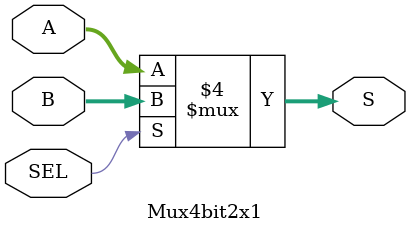
<source format=v>

module Mux4bit2x1 (A, B, S, SEL);

	input SEL;
	input [3:0] A, B;
	output reg [3:0] S;

	always @(A or B or SEL)
	begin
		if (SEL == 0)
			S = A;
		else
			S = B;
	end

endmodule

</source>
